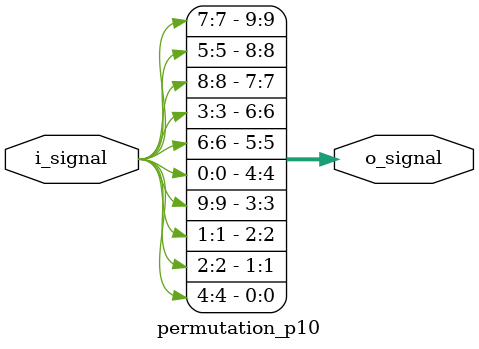
<source format=sv>
module permutation_p10 (
    input  wire [9:0] i_signal,
    output wire [9:0] o_signal
);
	assign o_signal = {i_signal[7], i_signal[5], i_signal[8], i_signal[3],
							 i_signal[6], i_signal[0], i_signal[9], i_signal[1],
							 i_signal[2], i_signal[4]};
endmodule
</source>
